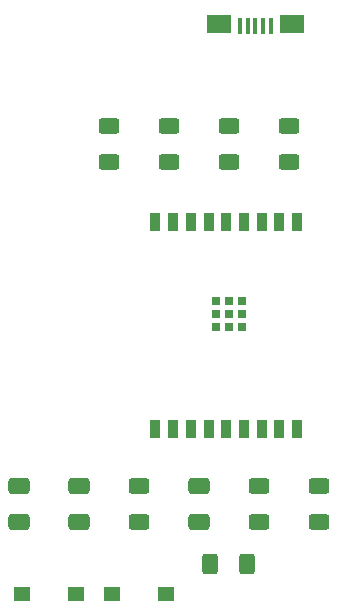
<source format=gbr>
%TF.GenerationSoftware,KiCad,Pcbnew,8.0.4-8.0.4-0~ubuntu22.04.1*%
%TF.CreationDate,2024-08-10T18:20:34+03:00*%
%TF.ProjectId,PM-ESPC3,504d2d45-5350-4433-932e-6b696361645f,rev?*%
%TF.SameCoordinates,Original*%
%TF.FileFunction,Paste,Top*%
%TF.FilePolarity,Positive*%
%FSLAX46Y46*%
G04 Gerber Fmt 4.6, Leading zero omitted, Abs format (unit mm)*
G04 Created by KiCad (PCBNEW 8.0.4-8.0.4-0~ubuntu22.04.1) date 2024-08-10 18:20:34*
%MOMM*%
%LPD*%
G01*
G04 APERTURE LIST*
G04 Aperture macros list*
%AMRoundRect*
0 Rectangle with rounded corners*
0 $1 Rounding radius*
0 $2 $3 $4 $5 $6 $7 $8 $9 X,Y pos of 4 corners*
0 Add a 4 corners polygon primitive as box body*
4,1,4,$2,$3,$4,$5,$6,$7,$8,$9,$2,$3,0*
0 Add four circle primitives for the rounded corners*
1,1,$1+$1,$2,$3*
1,1,$1+$1,$4,$5*
1,1,$1+$1,$6,$7*
1,1,$1+$1,$8,$9*
0 Add four rect primitives between the rounded corners*
20,1,$1+$1,$2,$3,$4,$5,0*
20,1,$1+$1,$4,$5,$6,$7,0*
20,1,$1+$1,$6,$7,$8,$9,0*
20,1,$1+$1,$8,$9,$2,$3,0*%
G04 Aperture macros list end*
%ADD10R,1.346200X1.244600*%
%ADD11RoundRect,0.250000X-0.650000X0.412500X-0.650000X-0.412500X0.650000X-0.412500X0.650000X0.412500X0*%
%ADD12R,0.889000X1.498600*%
%ADD13R,0.711200X0.711200*%
%ADD14R,0.406400X1.350000*%
%ADD15R,2.108200X1.600200*%
%ADD16RoundRect,0.250000X-0.625000X0.400000X-0.625000X-0.400000X0.625000X-0.400000X0.625000X0.400000X0*%
%ADD17RoundRect,0.250000X0.400000X0.625000X-0.400000X0.625000X-0.400000X-0.625000X0.400000X-0.625000X0*%
%ADD18RoundRect,0.250000X0.625000X-0.400000X0.625000X0.400000X-0.625000X0.400000X-0.625000X-0.400000X0*%
%ADD19RoundRect,0.250000X0.650000X-0.412500X0.650000X0.412500X-0.650000X0.412500X-0.650000X-0.412500X0*%
G04 APERTURE END LIST*
D10*
%TO.C,SW2*%
X61214000Y-121920000D03*
X65786000Y-121920000D03*
%TD*%
D11*
%TO.C,C1*%
X76200000Y-112737500D03*
X76200000Y-115862500D03*
%TD*%
D12*
%TO.C,U1*%
X72540002Y-107950000D03*
X74040001Y-107950000D03*
X75540001Y-107950000D03*
X77040000Y-107950000D03*
X78540000Y-107950000D03*
X80040000Y-107950000D03*
X81540002Y-107950000D03*
X83040001Y-107950000D03*
X84540001Y-107950000D03*
X84539998Y-90450000D03*
X83039999Y-90450000D03*
X81539999Y-90450000D03*
X80040000Y-90450000D03*
X78540000Y-90450000D03*
X77040000Y-90450000D03*
X75539998Y-90450000D03*
X74039999Y-90450000D03*
X72539999Y-90450000D03*
D13*
X77640000Y-99340000D03*
X78740000Y-99340000D03*
X79840000Y-99340000D03*
X77640000Y-98240000D03*
X78740000Y-98240000D03*
X79840000Y-98240000D03*
X77640000Y-97140000D03*
X78740000Y-97140000D03*
X79840000Y-97140000D03*
%TD*%
D14*
%TO.C,J1*%
X82295000Y-73795108D03*
X81645014Y-73795108D03*
X80995028Y-73795108D03*
X80345042Y-73795108D03*
D15*
X84095027Y-73670000D03*
D14*
X79695056Y-73795108D03*
D15*
X77895029Y-73670000D03*
%TD*%
D16*
%TO.C,R7*%
X73660000Y-82270000D03*
X73660000Y-85370000D03*
%TD*%
%TO.C,R5*%
X83820000Y-82270000D03*
X83820000Y-85370000D03*
%TD*%
D17*
%TO.C,R4*%
X80290000Y-119380000D03*
X77190000Y-119380000D03*
%TD*%
D11*
%TO.C,C3*%
X60960000Y-112737500D03*
X60960000Y-115862500D03*
%TD*%
D18*
%TO.C,R2*%
X81280000Y-115850000D03*
X81280000Y-112750000D03*
%TD*%
%TO.C,R3*%
X86360000Y-115850000D03*
X86360000Y-112750000D03*
%TD*%
D10*
%TO.C,SW1*%
X68834000Y-121920000D03*
X73406000Y-121920000D03*
%TD*%
D16*
%TO.C,R6*%
X78740000Y-82270000D03*
X78740000Y-85370000D03*
%TD*%
D18*
%TO.C,R1*%
X71120000Y-115850000D03*
X71120000Y-112750000D03*
%TD*%
D19*
%TO.C,C2*%
X66040000Y-115862500D03*
X66040000Y-112737500D03*
%TD*%
D16*
%TO.C,R8*%
X68580000Y-82270000D03*
X68580000Y-85370000D03*
%TD*%
M02*

</source>
